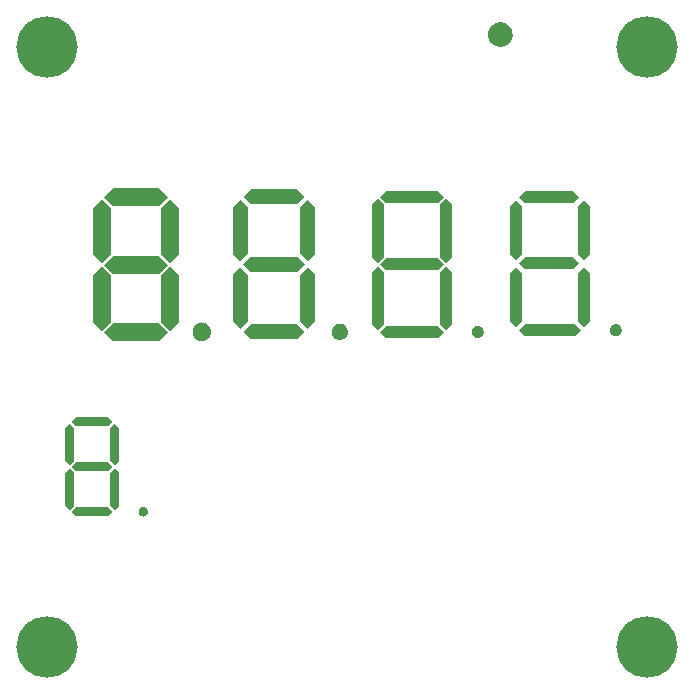
<source format=gbs>
G04 Layer: BottomSolderMaskLayer*
G04 EasyEDA v6.5.34, 2023-08-21 18:11:39*
G04 a96945d829544502a00aa0063755e982,5a6b42c53f6a479593ecc07194224c93,10*
G04 Gerber Generator version 0.2*
G04 Scale: 100 percent, Rotated: No, Reflected: No *
G04 Dimensions in millimeters *
G04 leading zeros omitted , absolute positions ,4 integer and 5 decimal *
%FSLAX45Y45*%
%MOMM*%

%ADD10C,5.2032*%

%LPD*%
G36*
X4216400Y5669534D02*
G01*
X4207154Y5669127D01*
X4198010Y5667908D01*
X4189018Y5665876D01*
X4184599Y5664606D01*
X4175963Y5661406D01*
X4167632Y5657443D01*
X4159656Y5652770D01*
X4152137Y5647385D01*
X4145127Y5641390D01*
X4138676Y5634837D01*
X4132834Y5627674D01*
X4127652Y5620054D01*
X4123131Y5611977D01*
X4119372Y5603544D01*
X4116374Y5594858D01*
X4114139Y5585866D01*
X4112717Y5576773D01*
X4112107Y5567578D01*
X4112310Y5558332D01*
X4113326Y5549188D01*
X4115155Y5540146D01*
X4117797Y5531307D01*
X4119372Y5526938D01*
X4123131Y5518556D01*
X4127652Y5510479D01*
X4132834Y5502859D01*
X4138676Y5495696D01*
X4145127Y5489143D01*
X4152137Y5483098D01*
X4159656Y5477764D01*
X4167632Y5473090D01*
X4175963Y5469128D01*
X4184599Y5465927D01*
X4193489Y5463540D01*
X4202582Y5461914D01*
X4211777Y5461101D01*
X4221022Y5461101D01*
X4230166Y5461914D01*
X4239260Y5463540D01*
X4248150Y5465927D01*
X4256836Y5469128D01*
X4265168Y5473090D01*
X4273092Y5477764D01*
X4280611Y5483098D01*
X4287621Y5489143D01*
X4294073Y5495696D01*
X4299915Y5502859D01*
X4305096Y5510479D01*
X4309618Y5518556D01*
X4313377Y5526938D01*
X4316374Y5535676D01*
X4318609Y5544616D01*
X4320032Y5553760D01*
X4320641Y5562955D01*
X4320438Y5572201D01*
X4319422Y5581345D01*
X4317593Y5590387D01*
X4314952Y5599226D01*
X4311599Y5607812D01*
X4307433Y5616092D01*
X4302607Y5623915D01*
X4297070Y5631332D01*
X4290923Y5638190D01*
X4284218Y5644489D01*
X4276953Y5650179D01*
X4269181Y5655208D01*
X4261053Y5659526D01*
X4252518Y5663082D01*
X4248150Y5664606D01*
X4239260Y5666994D01*
X4230166Y5668619D01*
X4221022Y5669432D01*
G37*
G36*
X2016201Y3594100D02*
G01*
X1952701Y3530600D01*
X1952701Y3136900D01*
X2016201Y3073400D01*
X2079701Y3136900D01*
X2079701Y3530600D01*
G37*
G36*
X936701Y4264507D02*
G01*
X860501Y4188307D01*
X936701Y4112107D01*
X1330401Y4112107D01*
X1406601Y4188307D01*
X1330401Y4264507D01*
G37*
G36*
X936701Y3693007D02*
G01*
X860501Y3616807D01*
X936701Y3540607D01*
X1330401Y3540607D01*
X1406601Y3616807D01*
X1330401Y3693007D01*
G37*
G36*
X847801Y4175607D02*
G01*
X771601Y4099407D01*
X771601Y3705707D01*
X847801Y3629507D01*
X924001Y3705707D01*
X924001Y4099407D01*
G37*
G36*
X1419301Y4175607D02*
G01*
X1343101Y4099407D01*
X1343101Y3705707D01*
X1419301Y3629507D01*
X1495501Y3705707D01*
X1495501Y4099407D01*
G37*
G36*
X1419301Y3604107D02*
G01*
X1343101Y3527907D01*
X1343101Y3134207D01*
X1419301Y3058007D01*
X1495501Y3134207D01*
X1495501Y3527907D01*
G37*
G36*
X936701Y3121507D02*
G01*
X860501Y3045307D01*
X936701Y2969107D01*
X1330401Y2969107D01*
X1406601Y3045307D01*
X1330401Y3121507D01*
G37*
G36*
X847801Y3604107D02*
G01*
X771601Y3527907D01*
X771601Y3134207D01*
X847801Y3058007D01*
X924001Y3134207D01*
X924001Y3527907D01*
G37*
G36*
X2016201Y4165600D02*
G01*
X1952701Y4102100D01*
X1952701Y3708400D01*
X2016201Y3644900D01*
X2079701Y3708400D01*
X2079701Y4102100D01*
G37*
G36*
X2587701Y4165600D02*
G01*
X2524201Y4102100D01*
X2524201Y3708400D01*
X2587701Y3644900D01*
X2651201Y3708400D01*
X2651201Y4102100D01*
G37*
G36*
X2587701Y3594100D02*
G01*
X2524201Y3530600D01*
X2524201Y3136900D01*
X2587701Y3073400D01*
X2651201Y3136900D01*
X2651201Y3530600D01*
G37*
G36*
X2105101Y3111500D02*
G01*
X2041601Y3048000D01*
X2105101Y2984500D01*
X2498801Y2984500D01*
X2562301Y3048000D01*
X2498801Y3111500D01*
G37*
G36*
X2105101Y3683000D02*
G01*
X2041601Y3619500D01*
X2105101Y3556000D01*
X2498801Y3556000D01*
X2562301Y3619500D01*
X2498801Y3683000D01*
G37*
G36*
X2105101Y4254500D02*
G01*
X2041601Y4191000D01*
X2105101Y4127500D01*
X2498801Y4127500D01*
X2562301Y4191000D01*
X2498801Y4254500D01*
G37*
G36*
X3184601Y3606800D02*
G01*
X3133801Y3556000D01*
X3133801Y3111500D01*
X3184601Y3060700D01*
X3235401Y3111500D01*
X3235401Y3556000D01*
G37*
G36*
X3756101Y3606800D02*
G01*
X3705301Y3556000D01*
X3705301Y3111500D01*
X3756101Y3060700D01*
X3806901Y3111500D01*
X3806901Y3556000D01*
G37*
G36*
X3248101Y3670300D02*
G01*
X3197301Y3619500D01*
X3248101Y3568700D01*
X3692601Y3568700D01*
X3743401Y3619500D01*
X3692601Y3670300D01*
G37*
G36*
X3248101Y3098800D02*
G01*
X3197301Y3048000D01*
X3248101Y2997200D01*
X3692601Y2997200D01*
X3743401Y3048000D01*
X3692601Y3098800D01*
G37*
G36*
X3184601Y4178300D02*
G01*
X3133801Y4127500D01*
X3133801Y3683000D01*
X3184601Y3632200D01*
X3235401Y3683000D01*
X3235401Y4127500D01*
G37*
G36*
X3756101Y4178300D02*
G01*
X3705301Y4127500D01*
X3705301Y3683000D01*
X3756101Y3632200D01*
X3806901Y3683000D01*
X3806901Y4127500D01*
G37*
G36*
X3248101Y4241800D02*
G01*
X3197301Y4191000D01*
X3248101Y4140200D01*
X3692601Y4140200D01*
X3743401Y4191000D01*
X3692601Y4241800D01*
G37*
G36*
X4353001Y4165600D02*
G01*
X4302201Y4114800D01*
X4302201Y3708400D01*
X4353001Y3657600D01*
X4403801Y3708400D01*
X4403801Y4114800D01*
G37*
G36*
X4429201Y4241800D02*
G01*
X4378401Y4191000D01*
X4429201Y4140200D01*
X4835601Y4140200D01*
X4886401Y4191000D01*
X4835601Y4241800D01*
G37*
G36*
X4924501Y4165600D02*
G01*
X4873701Y4114800D01*
X4873701Y3708400D01*
X4924501Y3657600D01*
X4975301Y3708400D01*
X4975301Y4114800D01*
G37*
G36*
X4429201Y3676700D02*
G01*
X4378401Y3625900D01*
X4429201Y3575100D01*
X4835601Y3575100D01*
X4886401Y3625900D01*
X4835601Y3676700D01*
G37*
G36*
X4353001Y3594100D02*
G01*
X4302201Y3543300D01*
X4302201Y3136900D01*
X4353001Y3086100D01*
X4403801Y3136900D01*
X4403801Y3543300D01*
G37*
G36*
X4924501Y3594100D02*
G01*
X4873701Y3543300D01*
X4873701Y3136900D01*
X4924501Y3086100D01*
X4975301Y3136900D01*
X4975301Y3543300D01*
G37*
G36*
X4429201Y3111500D02*
G01*
X4378401Y3060700D01*
X4429201Y3009900D01*
X4848301Y3009900D01*
X4899101Y3060700D01*
X4848301Y3111500D01*
G37*
G36*
X1687068Y3126892D02*
G01*
X1678990Y3126282D01*
X1674977Y3125673D01*
X1667103Y3123793D01*
X1663242Y3122574D01*
X1655724Y3119475D01*
X1648561Y3115665D01*
X1641856Y3111144D01*
X1635607Y3105912D01*
X1629968Y3100070D01*
X1624939Y3093720D01*
X1620621Y3086862D01*
X1617014Y3079597D01*
X1614220Y3071977D01*
X1612188Y3064103D01*
X1610969Y3056077D01*
X1610664Y3052064D01*
X1610664Y3043936D01*
X1611477Y3035858D01*
X1613103Y3027934D01*
X1615541Y3020161D01*
X1617014Y3016402D01*
X1620621Y3009138D01*
X1624939Y3002280D01*
X1629968Y2995930D01*
X1635607Y2990088D01*
X1641856Y2984855D01*
X1648561Y2980334D01*
X1652066Y2978302D01*
X1659432Y2974848D01*
X1667103Y2972206D01*
X1671015Y2971139D01*
X1678990Y2969717D01*
X1683004Y2969260D01*
X1691132Y2969056D01*
X1695196Y2969260D01*
X1703222Y2970326D01*
X1707184Y2971139D01*
X1714957Y2973425D01*
X1718767Y2974848D01*
X1726133Y2978302D01*
X1733042Y2982518D01*
X1739544Y2987395D01*
X1745488Y2992932D01*
X1750822Y2999028D01*
X1755495Y3005683D01*
X1759457Y3012744D01*
X1761185Y3016402D01*
X1763979Y3024022D01*
X1766011Y3031845D01*
X1767230Y3039872D01*
X1767586Y3048000D01*
X1767535Y3052064D01*
X1766722Y3060141D01*
X1765096Y3068066D01*
X1762658Y3075787D01*
X1761185Y3079597D01*
X1757578Y3086862D01*
X1753260Y3093720D01*
X1748231Y3100070D01*
X1742592Y3105912D01*
X1736343Y3111144D01*
X1729638Y3115665D01*
X1722475Y3119475D01*
X1714957Y3122574D01*
X1707184Y3124809D01*
X1703222Y3125673D01*
X1695196Y3126689D01*
G37*
G36*
X5192776Y3111957D02*
G01*
X5189474Y3111754D01*
X5183022Y3110687D01*
X5176723Y3108807D01*
X5170779Y3106166D01*
X5165140Y3102762D01*
X5160060Y3098647D01*
X5155488Y3093923D01*
X5151628Y3088640D01*
X5149900Y3085846D01*
X5147106Y3079902D01*
X5145074Y3073704D01*
X5143855Y3067253D01*
X5143500Y3060700D01*
X5143550Y3057398D01*
X5144363Y3050895D01*
X5145989Y3044545D01*
X5148427Y3038449D01*
X5149900Y3035554D01*
X5153456Y3030067D01*
X5157724Y3025038D01*
X5162550Y3020618D01*
X5167884Y3016859D01*
X5173726Y3013811D01*
X5179872Y3011525D01*
X5186222Y3010052D01*
X5192776Y3009442D01*
X5199329Y3009646D01*
X5202580Y3010052D01*
X5208981Y3011525D01*
X5215128Y3013811D01*
X5220919Y3016859D01*
X5226304Y3020618D01*
X5231130Y3025038D01*
X5235346Y3030067D01*
X5238902Y3035554D01*
X5241696Y3041497D01*
X5243728Y3047695D01*
X5244947Y3054146D01*
X5245354Y3060700D01*
X5244947Y3067253D01*
X5243728Y3073704D01*
X5241696Y3079902D01*
X5238902Y3085846D01*
X5235346Y3091332D01*
X5231130Y3096361D01*
X5226304Y3100781D01*
X5220919Y3104540D01*
X5215128Y3107588D01*
X5208981Y3109874D01*
X5202580Y3111296D01*
X5199329Y3111754D01*
G37*
G36*
X4024274Y3099257D02*
G01*
X4020972Y3099054D01*
X4014520Y3097987D01*
X4011320Y3097174D01*
X4005173Y3094888D01*
X3999382Y3091840D01*
X3994048Y3088081D01*
X3989171Y3083661D01*
X3984955Y3078632D01*
X3981399Y3073146D01*
X3978605Y3067202D01*
X3976573Y3061004D01*
X3975354Y3054553D01*
X3974947Y3048000D01*
X3975354Y3041446D01*
X3976573Y3034995D01*
X3978605Y3028797D01*
X3981399Y3022854D01*
X3984955Y3017367D01*
X3989171Y3012338D01*
X3994048Y3007918D01*
X3999382Y3004159D01*
X4005173Y3001111D01*
X4011320Y2998825D01*
X4017721Y2997352D01*
X4024274Y2996742D01*
X4030827Y2996946D01*
X4034078Y2997352D01*
X4040428Y2998825D01*
X4046575Y3001111D01*
X4052417Y3004159D01*
X4057751Y3007918D01*
X4062577Y3012338D01*
X4066844Y3017367D01*
X4070400Y3022854D01*
X4073194Y3028797D01*
X4075226Y3034995D01*
X4076446Y3041446D01*
X4076750Y3044698D01*
X4076750Y3051251D01*
X4075937Y3057753D01*
X4074312Y3064103D01*
X4071874Y3070199D01*
X4070400Y3073146D01*
X4066844Y3078632D01*
X4062577Y3083661D01*
X4057751Y3088081D01*
X4052417Y3091840D01*
X4046575Y3094888D01*
X4040428Y3097174D01*
X4034078Y3098596D01*
X4030827Y3099054D01*
G37*
G36*
X2857500Y3117291D02*
G01*
X2850032Y3116884D01*
X2842615Y3115665D01*
X2835402Y3113684D01*
X2828493Y3110890D01*
X2821838Y3107385D01*
X2815691Y3103168D01*
X2810002Y3098292D01*
X2804871Y3092805D01*
X2800350Y3086862D01*
X2796489Y3080410D01*
X2793390Y3073603D01*
X2791053Y3066491D01*
X2790139Y3062884D01*
X2788970Y3055467D01*
X2788615Y3048000D01*
X2788970Y3040532D01*
X2790139Y3033115D01*
X2792120Y3025902D01*
X2794863Y3018942D01*
X2798318Y3012287D01*
X2802534Y3006090D01*
X2807360Y3000349D01*
X2812745Y2995218D01*
X2818688Y2990646D01*
X2825140Y2986786D01*
X2831896Y2983636D01*
X2835402Y2982315D01*
X2842615Y2980334D01*
X2850032Y2979115D01*
X2857500Y2978708D01*
X2864967Y2979115D01*
X2872384Y2980334D01*
X2879547Y2982315D01*
X2886506Y2985109D01*
X2893110Y2988614D01*
X2899308Y2992831D01*
X2904998Y2997708D01*
X2910128Y3003143D01*
X2914650Y3009138D01*
X2918510Y3015589D01*
X2921609Y3022396D01*
X2923946Y3029458D01*
X2924860Y3033115D01*
X2926029Y3040532D01*
X2926384Y3048000D01*
X2926029Y3055467D01*
X2924860Y3062884D01*
X2922879Y3070098D01*
X2920136Y3077057D01*
X2916682Y3083712D01*
X2912465Y3089910D01*
X2907639Y3095650D01*
X2902254Y3100781D01*
X2896260Y3105353D01*
X2889859Y3109214D01*
X2883103Y3112363D01*
X2875991Y3114751D01*
X2868676Y3116376D01*
X2861259Y3117189D01*
G37*
G36*
X625500Y2324100D02*
G01*
X587400Y2286000D01*
X625500Y2247900D01*
X898550Y2247900D01*
X936650Y2286000D01*
X898550Y2324100D01*
G37*
G36*
X625500Y1943100D02*
G01*
X587400Y1905000D01*
X625500Y1866900D01*
X898550Y1866900D01*
X936650Y1905000D01*
X898550Y1943100D01*
G37*
G36*
X1193800Y1564741D02*
G01*
X1188008Y1564284D01*
X1182370Y1563065D01*
X1176934Y1561033D01*
X1171854Y1558239D01*
X1167231Y1554734D01*
X1163167Y1550619D01*
X1159713Y1545996D01*
X1156970Y1540865D01*
X1154938Y1535430D01*
X1153769Y1529791D01*
X1153414Y1524000D01*
X1153769Y1518208D01*
X1154938Y1512570D01*
X1156970Y1507083D01*
X1159713Y1502003D01*
X1163167Y1497330D01*
X1167231Y1493215D01*
X1171854Y1489760D01*
X1176934Y1486966D01*
X1182370Y1484934D01*
X1188008Y1483715D01*
X1193800Y1483258D01*
X1199591Y1483715D01*
X1205230Y1484934D01*
X1210665Y1486966D01*
X1215745Y1489760D01*
X1220368Y1493215D01*
X1224432Y1497330D01*
X1227886Y1502003D01*
X1230630Y1507083D01*
X1231747Y1509776D01*
X1233322Y1515364D01*
X1234135Y1521104D01*
X1234135Y1526895D01*
X1233322Y1532636D01*
X1231747Y1538224D01*
X1229360Y1543507D01*
X1226261Y1548384D01*
X1222502Y1552752D01*
X1218133Y1556562D01*
X1213256Y1559712D01*
X1207973Y1562150D01*
X1202436Y1563776D01*
X1196695Y1564640D01*
G37*
G36*
X625500Y1562100D02*
G01*
X587400Y1524000D01*
X625500Y1485900D01*
X898550Y1485900D01*
X936650Y1524000D01*
X898550Y1562100D01*
G37*
G36*
X952500Y1892300D02*
G01*
X914400Y1854200D01*
X914400Y1574800D01*
X952500Y1536700D01*
X990600Y1574800D01*
X990600Y1854200D01*
G37*
G36*
X952500Y2266950D02*
G01*
X914400Y2228850D01*
X914400Y1955800D01*
X952500Y1917700D01*
X990600Y1955800D01*
X990600Y2228850D01*
G37*
G36*
X571500Y2266950D02*
G01*
X533400Y2228850D01*
X533400Y1955800D01*
X571500Y1917700D01*
X609600Y1955800D01*
X609600Y2228850D01*
G37*
G36*
X571500Y1892300D02*
G01*
X533400Y1854200D01*
X533400Y1574800D01*
X571500Y1536700D01*
X609600Y1574800D01*
X609600Y1854200D01*
G37*
D10*
G01*
X380992Y5460992D03*
G01*
X380992Y380992D03*
G01*
X5460992Y380992D03*
G01*
X5460992Y5460992D03*
M02*

</source>
